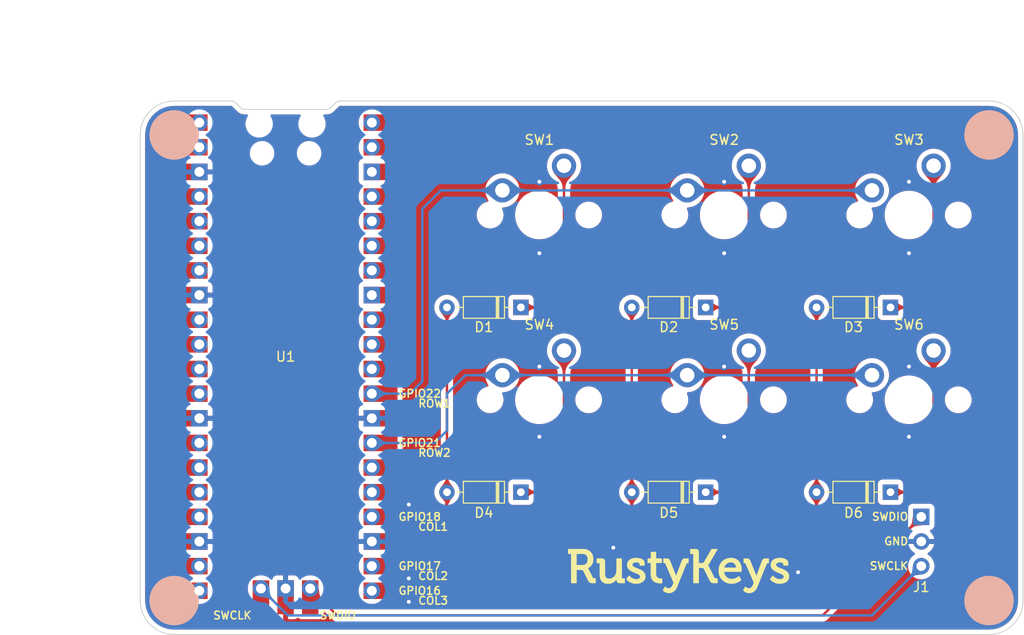
<source format=kicad_pcb>
(kicad_pcb (version 20211014) (generator pcbnew)
  (title_block (title "Open RustyKeys") (date "2022-05-01") (rev "1") (company "KOBA789"))
  (layers (0 "F.Cu" signal) (31 "B.Cu" signal) (34 "B.Paste" user) (35 "F.Paste" user) (36 "B.SilkS" user "B.Silkscreen") (37 "F.SilkS" user "F.Silkscreen") (38 "B.Mask" user) (39 "F.Mask" user) (44 "Edge.Cuts" user))
  (net 0 "")
  (net 1 "/COL3")
  (net 2 "Net-(D1-Pad1)")
  (net 3 "Net-(D2-Pad1)")
  (net 4 "Net-(D3-Pad1)")
  (net 5 "/ROW1")
  (net 6 "Net-(D4-Pad1)")
  (net 7 "Net-(D5-Pad1)")
  (net 8 "Net-(D6-Pad1)")
  (net 9 "/ROW2")
  (net 10 "/COL1")
  (net 11 "/COL2")
  (net 14 "/GND")
  (net 40 "/SWDIO")
  (net 41 "/SWCLK")
  (footprint "Diode_THT:D_DO-35_SOD27_P7.62mm_Horizontal" (layer "F.Cu") (at 133.35 106.68 180)
    (fp_text reference "D5")
    (fp_text value "1N4148")
  )
  (footprint "Diode_THT:D_DO-35_SOD27_P7.62mm_Horizontal" (layer "F.Cu") (at 152.4 106.68 180)
    (fp_text reference "D6")
    (fp_text value "1N4148")
  )
  (footprint "Switch_Keyboard_Cherry_MX:SW_Cherry_MX_PCB_1.00u" (layer "F.Cu") (at 116.205 78.105)
    (fp_text reference "SW1")
    (fp_text value "SW_Push")
  )
  (footprint "Diode_THT:D_DO-35_SOD27_P7.62mm_Horizontal" (layer "F.Cu") (at 114.3 87.63 180)
    (fp_text reference "D1")
    (fp_text value "1N4148")
  )
  (footprint "Switch_Keyboard_Cherry_MX:SW_Cherry_MX_PCB_1.00u" (layer "F.Cu") (at 116.205 97.155)
    (fp_text reference "SW4")
    (fp_text value "SW_Push")
  )
  (footprint "Switch_Keyboard_Cherry_MX:SW_Cherry_MX_PCB_1.00u" (layer "F.Cu") (at 154.305 78.105)
    (fp_text reference "SW3")
    (fp_text value "SW_Push")
  )
  (footprint "Diode_THT:D_DO-35_SOD27_P7.62mm_Horizontal" (layer "F.Cu") (at 114.3 106.68 180)
    (fp_text reference "D4")
    (fp_text value "1N4148")
  )
  (footprint "Diode_THT:D_DO-35_SOD27_P7.62mm_Horizontal" (layer "F.Cu") (at 152.4 87.63 180)
    (fp_text reference "D3")
    (fp_text value "1N4148")
  )
  (footprint "RPi_Pico:RPi_Pico_SMD_TH" (layer "F.Cu") (at 90.043 92.71)
    (fp_text reference "U1")
    (fp_text value "Pico")
  )
  (footprint "Switch_Keyboard_Cherry_MX:SW_Cherry_MX_PCB_1.00u" (layer "F.Cu") (at 135.255 97.155)
    (fp_text reference "SW5")
    (fp_text value "SW_Push")
  )
  (footprint "Bracket_Computer_Logo:RustyKeys_Logo" (layer "F.Cu") (at 130.556 114.808)
    (fp_text reference "REF**" hide)
    (fp_text value "RustyKeys_Logo")
  )
  (footprint "Connector_PinHeader_2.54mm:PinHeader_1x03_P2.54mm_Horizontal" (layer "F.Cu") (at 155.575 109.22)
    (fp_text reference "J1")
    (fp_text value "Conn_01x03")
  )
  (footprint "Switch_Keyboard_Cherry_MX:SW_Cherry_MX_PCB_1.00u" (layer "F.Cu") (at 154.305 97.155)
    (fp_text reference "SW6")
    (fp_text value "SW_Push")
  )
  (footprint "Diode_THT:D_DO-35_SOD27_P7.62mm_Horizontal" (layer "F.Cu") (at 133.35 87.63 180)
    (fp_text reference "D2")
    (fp_text value "1N4148")
  )
  (footprint "Switch_Keyboard_Cherry_MX:SW_Cherry_MX_PCB_1.00u" (layer "F.Cu") (at 135.255 78.105)
    (fp_text reference "SW2")
    (fp_text value "SW_Push")
  )
  (gr_circle (center 162.559999 69.850001) (end 165.059999 69.850001) (layer "B.SilkS") (width 0.1) (fill solid))
  (gr_circle (center 162.559999 117.850001) (end 165.059999 117.850001) (layer "B.SilkS") (width 0.1) (fill solid))
  (gr_circle (center 78.559999 117.850001) (end 81.059999 117.850001) (layer "B.SilkS") (width 0.1) (fill solid))
  (gr_circle (center 78.559999 69.850001) (end 81.059999 69.850001) (layer "B.SilkS") (width 0.1) (fill solid))
  (gr_line (start 78.559999 66.350001) (end 84.495 66.350001) (layer "Edge.Cuts") (width 0.1))
  (gr_arc (start 84.495 66.350001) (mid 84.686342 66.388061) (end 84.848553 66.496448) (layer "Edge.Cuts") (width 0.1))
  (gr_line (start 95.595 66.350001) (end 162.559999 66.350001) (layer "Edge.Cuts") (width 0.1))
  (gr_arc (start 78.559999 121.350001) (mid 76.085125 120.324875) (end 75.059999 117.850001) (layer "Edge.Cuts") (width 0.1))
  (gr_line (start 78.559999 121.350001) (end 162.559999 121.350001) (layer "Edge.Cuts") (width 0.1))
  (gr_line (start 166.059999 69.850001) (end 166.059999 117.850001) (layer "Edge.Cuts") (width 0.1))
  (gr_arc (start 162.559999 66.350001) (mid 165.034873 67.375127) (end 166.059999 69.850001) (layer "Edge.Cuts") (width 0.1))
  (gr_arc (start 166.059999 117.850001) (mid 165.034873 120.324875) (end 162.559999 121.350001) (layer "Edge.Cuts") (width 0.1))
  (gr_arc (start 75.059999 69.850001) (mid 76.085125 67.375127) (end 78.559999 66.350001) (layer "Edge.Cuts") (width 0.1))
  (gr_line (start 75.059999 69.850001) (end 75.059999 117.850001) (layer "Edge.Cuts") (width 0.1))
  (gr_arc (start 94.648553 67.073553) (mid 94.486342 67.18194) (end 94.295 67.22) (layer "Edge.Cuts") (width 0.1))
  (gr_arc (start 95.241447 66.496448) (mid 95.403658 66.388061) (end 95.595 66.350001) (layer "Edge.Cuts") (width 0.1))
  (gr_line (start 85.795 67.22) (end 94.295 67.22) (layer "Edge.Cuts") (width 0.1))
  (gr_line (start 84.848553 66.496448) (end 85.441447 67.073553) (layer "Edge.Cuts") (width 0.1))
  (gr_line (start 94.648553 67.073553) (end 95.241447 66.496448) (layer "Edge.Cuts") (width 0.1))
  (gr_arc (start 85.795 67.22) (mid 85.603658 67.18194) (end 85.441447 67.073553) (layer "Edge.Cuts") (width 0.1))
  (gr_text "GND" (at 154.305 111.745) (layer "F.SilkS") (effects (font (size 0.8 0.8)) (justify right)))
  (gr_text "SWCLK" (at 154.305 114.285) (layer "F.SilkS") (effects (font (size 0.8 0.8)) (justify right)))
  (gr_text "SWDIO" (at 154.305 109.205) (layer "F.SilkS") (effects (font (size 0.8 0.8)) (justify right)))
  (segment (start 144.78 115.57) (end 144.78 106.68) (width 0.25) (layer "F.Cu") (net 1))
  (segment (start 143.51 116.84) (end 144.78 115.57) (width 0.25) (layer "F.Cu") (net 1))
  (segment (start 144.78 87.63) (end 144.78 106.68) (width 0.25) (layer "F.Cu") (net 1))
  (segment (start 98.933 116.84) (end 143.51 116.84) (width 0.25) (layer "F.Cu") (net 1))
  (segment (start 118.745 73.025) (end 118.745 86.487) (width 0.25) (layer "F.Cu") (net 2))
  (segment (start 118.745 86.487) (end 117.602 87.63) (width 0.25) (layer "F.Cu") (net 2))
  (segment (start 117.602 87.63) (end 114.3 87.63) (width 0.25) (layer "F.Cu") (net 2))
  (segment (start 136.652 87.63) (end 133.35 87.63) (width 0.25) (layer "F.Cu") (net 3))
  (segment (start 137.795 86.487) (end 136.652 87.63) (width 0.25) (layer "F.Cu") (net 3))
  (segment (start 137.795 73.025) (end 137.795 86.487) (width 0.25) (layer "F.Cu") (net 3))
  (segment (start 156.845 86.487) (end 155.702 87.63) (width 0.25) (layer "F.Cu") (net 4))
  (segment (start 155.702 87.63) (end 152.4 87.63) (width 0.25) (layer "F.Cu") (net 4))
  (segment (start 156.845 73.025) (end 156.845 86.487) (width 0.25) (layer "F.Cu") (net 4))
  (segment (start 112.395 75.565) (end 131.445 75.565) (width 0.25) (layer "B.Cu") (net 5))
  (segment (start 102.87 96.52) (end 104.14 95.25) (width 0.25) (layer "B.Cu") (net 5))
  (segment (start 104.14 77.47) (end 106.045 75.565) (width 0.25) (layer "B.Cu") (net 5))
  (segment (start 131.445 75.565) (end 150.495 75.565) (width 0.25) (layer "B.Cu") (net 5))
  (segment (start 106.045 75.565) (end 112.395 75.565) (width 0.25) (layer "B.Cu") (net 5))
  (segment (start 98.933 96.52) (end 102.87 96.52) (width 0.25) (layer "B.Cu") (net 5))
  (segment (start 104.14 95.25) (end 104.14 77.47) (width 0.25) (layer "B.Cu") (net 5))
  (segment (start 117.602 106.68) (end 114.3 106.68) (width 0.25) (layer "F.Cu") (net 6))
  (segment (start 118.745 105.537) (end 117.602 106.68) (width 0.25) (layer "F.Cu") (net 6))
  (segment (start 118.745 92.075) (end 118.745 105.537) (width 0.25) (layer "F.Cu") (net 6))
  (segment (start 136.652 106.68) (end 133.35 106.68) (width 0.25) (layer "F.Cu") (net 7))
  (segment (start 137.795 105.537) (end 136.652 106.68) (width 0.25) (layer "F.Cu") (net 7))
  (segment (start 137.795 92.075) (end 137.795 105.537) (width 0.25) (layer "F.Cu") (net 7))
  (segment (start 156.845 105.537) (end 155.702 106.68) (width 0.25) (layer "F.Cu") (net 8))
  (segment (start 156.845 92.075) (end 156.845 105.537) (width 0.25) (layer "F.Cu") (net 8))
  (segment (start 155.702 106.68) (end 152.4 106.68) (width 0.25) (layer "F.Cu") (net 8))
  (segment (start 98.933 101.6) (end 105.41 101.6) (width 0.25) (layer "B.Cu") (net 9))
  (segment (start 131.445 94.615) (end 150.495 94.615) (width 0.25) (layer "B.Cu") (net 9))
  (segment (start 106.68 96.52) (end 108.585 94.615) (width 0.25) (layer "B.Cu") (net 9))
  (segment (start 108.585 94.615) (end 112.395 94.615) (width 0.25) (layer "B.Cu") (net 9))
  (segment (start 105.41 101.6) (end 106.68 100.33) (width 0.25) (layer "B.Cu") (net 9))
  (segment (start 112.395 94.615) (end 131.445 94.615) (width 0.25) (layer "B.Cu") (net 9))
  (segment (start 106.68 100.33) (end 106.68 96.52) (width 0.25) (layer "B.Cu") (net 9))
  (segment (start 105.41 109.22) (end 98.933 109.22) (width 0.25) (layer "F.Cu") (net 10))
  (segment (start 106.68 87.63) (end 106.68 106.68) (width 0.25) (layer "F.Cu") (net 10))
  (segment (start 106.68 106.68) (end 106.68 107.95) (width 0.25) (layer "F.Cu") (net 10))
  (segment (start 106.68 107.95) (end 105.41 109.22) (width 0.25) (layer "F.Cu") (net 10))
  (segment (start 125.73 87.63) (end 125.73 106.68) (width 0.25) (layer "F.Cu") (net 11))
  (segment (start 124.46 114.3) (end 125.73 113.03) (width 0.25) (layer "F.Cu") (net 11))
  (segment (start 125.73 113.03) (end 125.73 106.68) (width 0.25) (layer "F.Cu") (net 11))
  (segment (start 98.933 114.3) (end 124.46 114.3) (width 0.25) (layer "F.Cu") (net 11))
  (via (at 116.205 100.965) (size 0.8) (drill 0.4) (layers "F.Cu" "B.Cu") (net 14))
  (via (at 154.305 100.965) (size 0.8) (drill 0.4) (layers "F.Cu" "B.Cu") (net 14))
  (via (at 102.743 115.57) (size 0.8) (drill 0.4) (layers "F.Cu" "B.Cu") (net 14))
  (via (at 154.305 93.726) (size 0.8) (drill 0.4) (layers "F.Cu" "B.Cu") (net 14))
  (via (at 135.255 100.965) (size 0.8) (drill 0.4) (layers "F.Cu" "B.Cu") (net 14))
  (via (at 116.205 82.042) (size 0.8) (drill 0.4) (layers "F.Cu" "B.Cu") (net 14))
  (via (at 102.743 107.95) (size 0.8) (drill 0.4) (layers "F.Cu" "B.Cu") (net 14))
  (via (at 116.205 93.726) (size 0.8) (drill 0.4) (layers "F.Cu" "B.Cu") (net 14))
  (via (at 142.875 114.935) (size 0.8) (drill 0.4) (layers "F.Cu" "B.Cu") (net 14))
  (via (at 102.743 117.983) (size 0.8) (drill 0.4) (layers "F.Cu" "B.Cu") (net 14))
  (via (at 116.205 74.676) (size 0.8) (drill 0.4) (layers "F.Cu" "B.Cu") (net 14))
  (via (at 154.305 82.042) (size 0.8) (drill 0.4) (layers "F.Cu" "B.Cu") (net 14))
  (via (at 135.255 93.726) (size 0.8) (drill 0.4) (layers "F.Cu" "B.Cu") (net 14))
  (via (at 135.255 82.042) (size 0.8) (drill 0.4) (layers "F.Cu" "B.Cu") (net 14))
  (via (at 135.255 74.676) (size 0.8) (drill 0.4) (layers "F.Cu" "B.Cu") (net 14))
  (via (at 123.825 112.395) (size 0.8) (drill 0.4) (layers "F.Cu" "B.Cu") (net 14))
  (via (at 154.305 74.676) (size 0.8) (drill 0.4) (layers "F.Cu" "B.Cu") (net 14))
  (segment (start 145.415 119.38) (end 155.575 109.22) (width 0.25) (layer "F.Cu") (net 40))
  (segment (start 92.583 116.61) (end 95.353 119.38) (width 0.25) (layer "F.Cu") (net 40))
  (segment (start 95.353 119.38) (end 145.415 119.38) (width 0.25) (layer "F.Cu") (net 40))
  (segment (start 90.273 119.38) (end 150.495 119.38) (width 0.25) (layer "B.Cu") (net 41))
  (segment (start 87.503 116.61) (end 90.273 119.38) (width 0.25) (layer "B.Cu") (net 41))
  (segment (start 150.495 119.38) (end 155.575 114.3) (width 0.25) (layer "B.Cu") (net 41))
  (zone (net 3) (net_name "Net-(D2-Pad1)") (layer "F.Cu") (priority 16962) (connect_pads yes (clearance 0)) (min_thickness 0.0254) (fill yes (thermal_gap 0.508) (thermal_bridge_width 0.508))
    (polygon (pts (xy 134.94 87.505) (xy 134.752738 87.49548) (xy 134.599031 87.468507) (xy 134.471555 87.426461) (xy 134.362991 87.371721) (xy 134.266015 87.306668) (xy 134.173306 87.233682) (xy 134.077543 87.155142) (xy 133.971404 87.073428) (xy 133.847567 86.990921) (xy 133.698711 86.91) (xy 132.95 87.63) (xy 133.698711 88.35) (xy 133.847567 88.269078) (xy 133.971404 88.186571) (xy 134.077543 88.104857) (xy 134.173306 88.026317) (xy 134.266015 87.953331) (xy 134.362991 87.888278) (xy 134.471555 87.833538) (xy 134.599031 87.791492) (xy 134.752738 87.764519) (xy 134.94 87.755)))
  )
  (zone (net 1) (net_name "/COL3") (layer "F.Cu") (priority 16962) (connect_pads yes (clearance 0)) (min_thickness 0.0254) (fill yes (thermal_gap 0.508) (thermal_bridge_width 0.508))
    (polygon (pts (xy 144.905 89.22) (xy 144.914519 89.032738) (xy 144.941492 88.879031) (xy 144.983538 88.751555) (xy 145.038278 88.642991) (xy 145.103331 88.546015) (xy 145.176317 88.453306) (xy 145.254857 88.357543) (xy 145.336571 88.251404) (xy 145.419078 88.127567) (xy 145.5 87.978711) (xy 144.78 87.23) (xy 144.06 87.978711) (xy 144.140921 88.127567) (xy 144.223428 88.251404) (xy 144.305142 88.357543) (xy 144.383682 88.453306) (xy 144.456668 88.546015) (xy 144.521721 88.642991) (xy 144.576461 88.751555) (xy 144.618507 88.879031) (xy 144.64548 89.032738) (xy 144.655 89.22)))
  )
  (zone (net 8) (net_name "Net-(D6-Pad1)") (layer "F.Cu") (priority 16962) (connect_pads yes (clearance 0)) (min_thickness 0.0254) (fill yes (thermal_gap 0.508) (thermal_bridge_width 0.508))
    (polygon (pts (xy 153.99 106.555) (xy 153.802738 106.54548) (xy 153.649031 106.518507) (xy 153.521555 106.476461) (xy 153.412991 106.421721) (xy 153.316015 106.356668) (xy 153.223306 106.283682) (xy 153.127543 106.205142) (xy 153.021404 106.123428) (xy 152.897567 106.040921) (xy 152.748711 105.96) (xy 152 106.68) (xy 152.748711 107.4) (xy 152.897567 107.319078) (xy 153.021404 107.236571) (xy 153.127543 107.154857) (xy 153.223306 107.076317) (xy 153.316015 107.003331) (xy 153.412991 106.938278) (xy 153.521555 106.883538) (xy 153.649031 106.841492) (xy 153.802738 106.814519) (xy 153.99 106.805)))
  )
  (zone (net 10) (net_name "/COL1") (layer "F.Cu") (priority 16962) (connect_pads yes (clearance 0)) (min_thickness 0.0254) (fill yes (thermal_gap 0.508) (thermal_bridge_width 0.508))
    (polygon (pts (xy 106.555 105.09) (xy 106.54548 105.277261) (xy 106.518507 105.430968) (xy 106.476461 105.558444) (xy 106.421721 105.667008) (xy 106.356668 105.763984) (xy 106.283682 105.856693) (xy 106.205142 105.952456) (xy 106.123428 106.058595) (xy 106.040921 106.182432) (xy 105.96 106.331289) (xy 106.68 107.08) (xy 107.4 106.331289) (xy 107.319078 106.182432) (xy 107.236571 106.058595) (xy 107.154857 105.952456) (xy 107.076317 105.856693) (xy 107.003331 105.763984) (xy 106.938278 105.667008) (xy 106.883538 105.558444) (xy 106.841492 105.430968) (xy 106.814519 105.277261) (xy 106.805 105.09)))
  )
  (zone (net 3) (net_name "Net-(D2-Pad1)") (layer "F.Cu") (priority 16962) (connect_pads yes (clearance 0)) (min_thickness 0.0254) (fill yes (thermal_gap 0.508) (thermal_bridge_width 0.508))
    (polygon (pts (xy 137.92 75.515) (xy 137.936559 75.21842) (xy 137.983323 74.976761) (xy 138.055918 74.777934) (xy 138.149971 74.609848) (xy 138.261108 74.460413) (xy 138.384956 74.31754) (xy 138.517143 74.169138) (xy 138.653294 74.003117) (xy 138.789038 73.807389) (xy 138.92 73.569862) (xy 137.795 72.4) (xy 136.67 73.569862) (xy 136.800961 73.807389) (xy 136.936705 74.003117) (xy 137.072856 74.169138) (xy 137.205043 74.31754) (xy 137.328891 74.460413) (xy 137.440028 74.609848) (xy 137.534081 74.777934) (xy 137.606676 74.976761) (xy 137.65344 75.21842) (xy 137.67 75.515)))
  )
  (zone (net 2) (net_name "Net-(D1-Pad1)") (layer "F.Cu") (priority 16962) (connect_pads yes (clearance 0)) (min_thickness 0.0254) (fill yes (thermal_gap 0.508) (thermal_bridge_width 0.508))
    (polygon (pts (xy 118.87 75.515) (xy 118.886559 75.21842) (xy 118.933323 74.976761) (xy 119.005918 74.777934) (xy 119.099971 74.609848) (xy 119.211108 74.460413) (xy 119.334956 74.31754) (xy 119.467143 74.169138) (xy 119.603294 74.003117) (xy 119.739038 73.807389) (xy 119.87 73.569862) (xy 118.745 72.4) (xy 117.62 73.569862) (xy 117.750961 73.807389) (xy 117.886705 74.003117) (xy 118.022856 74.169138) (xy 118.155043 74.31754) (xy 118.278891 74.460413) (xy 118.390028 74.609848) (xy 118.484081 74.777934) (xy 118.556676 74.976761) (xy 118.60344 75.21842) (xy 118.62 75.515)))
  )
  (zone (net 11) (net_name "/COL2") (layer "F.Cu") (priority 16962) (connect_pads yes (clearance 0)) (min_thickness 0.0254) (fill yes (thermal_gap 0.508) (thermal_bridge_width 0.508))
    (polygon (pts (xy 100.623 114.175) (xy 100.423601 114.164697) (xy 100.260127 114.135526) (xy 100.124726 114.090085) (xy 100.009548 114.030978) (xy 99.906741 113.960804) (xy 99.808455 113.882167) (xy 99.70684 113.797666) (xy 99.594043 113.709904) (xy 99.462216 113.621481) (xy 99.303506 113.535) (xy 98.508 114.3) (xy 99.303506 115.065) (xy 99.462216 114.978518) (xy 99.594043 114.890095) (xy 99.70684 114.802333) (xy 99.808455 114.717832) (xy 99.906741 114.639195) (xy 100.009548 114.569021) (xy 100.124726 114.509914) (xy 100.260127 114.464473) (xy 100.423601 114.435302) (xy 100.623 114.425)))
  )
  (zone (net 10) (net_name "/COL1") (layer "F.Cu") (priority 16962) (connect_pads yes (clearance 0)) (min_thickness 0.0254) (fill yes (thermal_gap 0.508) (thermal_bridge_width 0.508))
    (polygon (pts (xy 100.623 109.095) (xy 100.423601 109.084697) (xy 100.260127 109.055526) (xy 100.124726 109.010085) (xy 100.009548 108.950978) (xy 99.906741 108.880804) (xy 99.808455 108.802167) (xy 99.70684 108.717666) (xy 99.594043 108.629904) (xy 99.462216 108.541481) (xy 99.303506 108.455) (xy 98.508 109.22) (xy 99.303506 109.985) (xy 99.462216 109.898518) (xy 99.594043 109.810095) (xy 99.70684 109.722333) (xy 99.808455 109.637832) (xy 99.906741 109.559195) (xy 100.009548 109.489021) (xy 100.124726 109.429914) (xy 100.260127 109.384473) (xy 100.423601 109.355302) (xy 100.623 109.345)))
  )
  (zone (net 7) (net_name "Net-(D5-Pad1)") (layer "F.Cu") (priority 16962) (connect_pads yes (clearance 0)) (min_thickness 0.0254) (fill yes (thermal_gap 0.508) (thermal_bridge_width 0.508))
    (polygon (pts (xy 134.94 106.555) (xy 134.752738 106.54548) (xy 134.599031 106.518507) (xy 134.471555 106.476461) (xy 134.362991 106.421721) (xy 134.266015 106.356668) (xy 134.173306 106.283682) (xy 134.077543 106.205142) (xy 133.971404 106.123428) (xy 133.847567 106.040921) (xy 133.698711 105.96) (xy 132.95 106.68) (xy 133.698711 107.4) (xy 133.847567 107.319078) (xy 133.971404 107.236571) (xy 134.077543 107.154857) (xy 134.173306 107.076317) (xy 134.266015 107.003331) (xy 134.362991 106.938278) (xy 134.471555 106.883538) (xy 134.599031 106.841492) (xy 134.752738 106.814519) (xy 134.94 106.805)))
  )
  (zone (net 11) (net_name "/COL2") (layer "F.Cu") (priority 16962) (connect_pads yes (clearance 0)) (min_thickness 0.0254) (fill yes (thermal_gap 0.508) (thermal_bridge_width 0.508))
    (polygon (pts (xy 125.855 89.22) (xy 125.864519 89.032738) (xy 125.891492 88.879031) (xy 125.933538 88.751555) (xy 125.988278 88.642991) (xy 126.053331 88.546015) (xy 126.126317 88.453306) (xy 126.204857 88.357543) (xy 126.286571 88.251404) (xy 126.369078 88.127567) (xy 126.45 87.978711) (xy 125.73 87.23) (xy 125.01 87.978711) (xy 125.090921 88.127567) (xy 125.173428 88.251404) (xy 125.255142 88.357543) (xy 125.333682 88.453306) (xy 125.406668 88.546015) (xy 125.471721 88.642991) (xy 125.526461 88.751555) (xy 125.568507 88.879031) (xy 125.59548 89.032738) (xy 125.605 89.22)))
  )
  (zone (net 40) (net_name "/SWDIO") (layer "F.Cu") (priority 16962) (connect_pads yes (clearance 0)) (min_thickness 0.0254) (fill yes (thermal_gap 0.508) (thermal_bridge_width 0.508))
    (polygon (pts (xy 93.866398 117.716621) (xy 93.732686 117.56834) (xy 93.637721 117.432119) (xy 93.574109 117.304245) (xy 93.534461 117.181006) (xy 93.511386 117.058691) (xy 93.497492 116.933588) (xy 93.48539 116.801984) (xy 93.467689 116.660167) (xy 93.436997 116.504427) (xy 93.385924 116.331051) (xy 92.28248 116.30948) (xy 92.304051 117.412924) (xy 92.477427 117.463997) (xy 92.633167 117.494689) (xy 92.774984 117.51239) (xy 92.906588 117.524492) (xy 93.031691 117.538386) (xy 93.154006 117.561461) (xy 93.277245 117.601109) (xy 93.405119 117.664721) (xy 93.54134 117.759686) (xy 93.689621 117.893398)))
  )
  (zone (net 40) (net_name "/SWDIO") (layer "F.Cu") (priority 16962) (connect_pads yes (clearance 0)) (min_thickness 0.0254) (fill yes (thermal_gap 0.508) (thermal_bridge_width 0.508))
    (polygon (pts (xy 154.468379 110.503398) (xy 154.616659 110.369686) (xy 154.75288 110.274721) (xy 154.880754 110.211109) (xy 155.003993 110.171461) (xy 155.126308 110.148386) (xy 155.251411 110.134492) (xy 155.383015 110.12239) (xy 155.524832 110.104689) (xy 155.680572 110.073997) (xy 155.853949 110.022924) (xy 155.87552 108.91948) (xy 154.772076 108.941051) (xy 154.721002 109.114427) (xy 154.69031 109.270167) (xy 154.672609 109.411984) (xy 154.660507 109.543588) (xy 154.646613 109.668691) (xy 154.623538 109.791006) (xy 154.58389 109.914245) (xy 154.520278 110.042119) (xy 154.425313 110.17834) (xy 154.291602 110.326621)))
  )
  (zone (net 1) (net_name "/COL3") (layer "F.Cu") (priority 16962) (connect_pads yes (clearance 0)) (min_thickness 0.0254) (fill yes (thermal_gap 0.508) (thermal_bridge_width 0.508))
    (polygon (pts (xy 100.623 116.715) (xy 100.423601 116.704697) (xy 100.260127 116.675526) (xy 100.124726 116.630085) (xy 100.009548 116.570978) (xy 99.906741 116.500804) (xy 99.808455 116.422167) (xy 99.70684 116.337666) (xy 99.594043 116.249904) (xy 99.462216 116.161481) (xy 99.303506 116.075) (xy 98.508 116.84) (xy 99.303506 117.605) (xy 99.462216 117.518518) (xy 99.594043 117.430095) (xy 99.70684 117.342333) (xy 99.808455 117.257832) (xy 99.906741 117.179195) (xy 100.009548 117.109021) (xy 100.124726 117.049914) (xy 100.260127 117.004473) (xy 100.423601 116.975302) (xy 100.623 116.965)))
  )
  (zone (net 4) (net_name "Net-(D3-Pad1)") (layer "F.Cu") (priority 16962) (connect_pads yes (clearance 0)) (min_thickness 0.0254) (fill yes (thermal_gap 0.508) (thermal_bridge_width 0.508))
    (polygon (pts (xy 153.99 87.505) (xy 153.802738 87.49548) (xy 153.649031 87.468507) (xy 153.521555 87.426461) (xy 153.412991 87.371721) (xy 153.316015 87.306668) (xy 153.223306 87.233682) (xy 153.127543 87.155142) (xy 153.021404 87.073428) (xy 152.897567 86.990921) (xy 152.748711 86.91) (xy 152 87.63) (xy 152.748711 88.35) (xy 152.897567 88.269078) (xy 153.021404 88.186571) (xy 153.127543 88.104857) (xy 153.223306 88.026317) (xy 153.316015 87.953331) (xy 153.412991 87.888278) (xy 153.521555 87.833538) (xy 153.649031 87.791492) (xy 153.802738 87.764519) (xy 153.99 87.755)))
  )
  (zone (net 10) (net_name "/COL1") (layer "F.Cu") (priority 16962) (connect_pads yes (clearance 0)) (min_thickness 0.0254) (fill yes (thermal_gap 0.508) (thermal_bridge_width 0.508))
    (polygon (pts (xy 106.805 89.22) (xy 106.814519 89.032738) (xy 106.841492 88.879031) (xy 106.883538 88.751555) (xy 106.938278 88.642991) (xy 107.003331 88.546015) (xy 107.076317 88.453306) (xy 107.154857 88.357543) (xy 107.236571 88.251404) (xy 107.319078 88.127567) (xy 107.4 87.978711) (xy 106.68 87.23) (xy 105.96 87.978711) (xy 106.040921 88.127567) (xy 106.123428 88.251404) (xy 106.205142 88.357543) (xy 106.283682 88.453306) (xy 106.356668 88.546015) (xy 106.421721 88.642991) (xy 106.476461 88.751555) (xy 106.518507 88.879031) (xy 106.54548 89.032738) (xy 106.555 89.22)))
  )
  (zone (net 8) (net_name "Net-(D6-Pad1)") (layer "F.Cu") (priority 16962) (connect_pads yes (clearance 0)) (min_thickness 0.0254) (fill yes (thermal_gap 0.508) (thermal_bridge_width 0.508))
    (polygon (pts (xy 156.97 94.565) (xy 156.986559 94.26842) (xy 157.033323 94.026761) (xy 157.105918 93.827934) (xy 157.199971 93.659848) (xy 157.311108 93.510413) (xy 157.434956 93.36754) (xy 157.567143 93.219138) (xy 157.703294 93.053117) (xy 157.839038 92.857389) (xy 157.97 92.619862) (xy 156.845 91.45) (xy 155.72 92.619862) (xy 155.850961 92.857389) (xy 155.986705 93.053117) (xy 156.122856 93.219138) (xy 156.255043 93.36754) (xy 156.378891 93.510413) (xy 156.490028 93.659848) (xy 156.584081 93.827934) (xy 156.656676 94.026761) (xy 156.70344 94.26842) (xy 156.72 94.565)))
  )
  (zone (net 2) (net_name "Net-(D1-Pad1)") (layer "F.Cu") (priority 16962) (connect_pads yes (clearance 0)) (min_thickness 0.0254) (fill yes (thermal_gap 0.508) (thermal_bridge_width 0.508))
    (polygon (pts (xy 115.89 87.505) (xy 115.702738 87.49548) (xy 115.549031 87.468507) (xy 115.421555 87.426461) (xy 115.312991 87.371721) (xy 115.216015 87.306668) (xy 115.123306 87.233682) (xy 115.027543 87.155142) (xy 114.921404 87.073428) (xy 114.797567 86.990921) (xy 114.648711 86.91) (xy 113.9 87.63) (xy 114.648711 88.35) (xy 114.797567 88.269078) (xy 114.921404 88.186571) (xy 115.027543 88.104857) (xy 115.123306 88.026317) (xy 115.216015 87.953331) (xy 115.312991 87.888278) (xy 115.421555 87.833538) (xy 115.549031 87.791492) (xy 115.702738 87.764519) (xy 115.89 87.755)))
  )
  (zone (net 4) (net_name "Net-(D3-Pad1)") (layer "F.Cu") (priority 16962) (connect_pads yes (clearance 0)) (min_thickness 0.0254) (fill yes (thermal_gap 0.508) (thermal_bridge_width 0.508))
    (polygon (pts (xy 156.97 75.515) (xy 156.986559 75.21842) (xy 157.033323 74.976761) (xy 157.105918 74.777934) (xy 157.199971 74.609848) (xy 157.311108 74.460413) (xy 157.434956 74.31754) (xy 157.567143 74.169138) (xy 157.703294 74.003117) (xy 157.839038 73.807389) (xy 157.97 73.569862) (xy 156.845 72.4) (xy 155.72 73.569862) (xy 155.850961 73.807389) (xy 155.986705 74.003117) (xy 156.122856 74.169138) (xy 156.255043 74.31754) (xy 156.378891 74.460413) (xy 156.490028 74.609848) (xy 156.584081 74.777934) (xy 156.656676 74.976761) (xy 156.70344 75.21842) (xy 156.72 75.515)))
  )
  (zone (net 1) (net_name "/COL3") (layer "F.Cu") (priority 16962) (connect_pads yes (clearance 0)) (min_thickness 0.0254) (fill yes (thermal_gap 0.508) (thermal_bridge_width 0.508))
    (polygon (pts (xy 144.655 105.09) (xy 144.64548 105.277261) (xy 144.618507 105.430968) (xy 144.576461 105.558444) (xy 144.521721 105.667008) (xy 144.456668 105.763984) (xy 144.383682 105.856693) (xy 144.305142 105.952456) (xy 144.223428 106.058595) (xy 144.140921 106.182432) (xy 144.06 106.331289) (xy 144.78 107.08) (xy 145.5 106.331289) (xy 145.419078 106.182432) (xy 145.336571 106.058595) (xy 145.254857 105.952456) (xy 145.176317 105.856693) (xy 145.103331 105.763984) (xy 145.038278 105.667008) (xy 144.983538 105.558444) (xy 144.941492 105.430968) (xy 144.914519 105.277261) (xy 144.905 105.09)))
  )
  (zone (net 6) (net_name "Net-(D4-Pad1)") (layer "F.Cu") (priority 16962) (connect_pads yes (clearance 0)) (min_thickness 0.0254) (fill yes (thermal_gap 0.508) (thermal_bridge_width 0.508))
    (polygon (pts (xy 115.89 106.555) (xy 115.702738 106.54548) (xy 115.549031 106.518507) (xy 115.421555 106.476461) (xy 115.312991 106.421721) (xy 115.216015 106.356668) (xy 115.123306 106.283682) (xy 115.027543 106.205142) (xy 114.921404 106.123428) (xy 114.797567 106.040921) (xy 114.648711 105.96) (xy 113.9 106.68) (xy 114.648711 107.4) (xy 114.797567 107.319078) (xy 114.921404 107.236571) (xy 115.027543 107.154857) (xy 115.123306 107.076317) (xy 115.216015 107.003331) (xy 115.312991 106.938278) (xy 115.421555 106.883538) (xy 115.549031 106.841492) (xy 115.702738 106.814519) (xy 115.89 106.805)))
  )
  (zone (net 0) (net_name "") (layer "F.Cu") (connect_pads (clearance 0)) (min_thickness 0.254)
    (keepout (tracks allowed) (vias allowed) (pads allowed) (copperpour not_allowed) (footprints allowed))
    (fill (thermal_gap 0.508) (thermal_bridge_width 0.508))
    (polygon (pts (xy 94.055 81.542) (xy 86.054 81.542) (xy 86.054 67.572) (xy 94.055 67.572)))
  )
  (zone (net 11) (net_name "/COL2") (layer "F.Cu") (priority 16962) (connect_pads yes (clearance 0)) (min_thickness 0.0254) (fill yes (thermal_gap 0.508) (thermal_bridge_width 0.508))
    (polygon (pts (xy 125.605 105.09) (xy 125.59548 105.277261) (xy 125.568507 105.430968) (xy 125.526461 105.558444) (xy 125.471721 105.667008) (xy 125.406668 105.763984) (xy 125.333682 105.856693) (xy 125.255142 105.952456) (xy 125.173428 106.058595) (xy 125.090921 106.182432) (xy 125.01 106.331289) (xy 125.73 107.08) (xy 126.45 106.331289) (xy 126.369078 106.182432) (xy 126.286571 106.058595) (xy 126.204857 105.952456) (xy 126.126317 105.856693) (xy 126.053331 105.763984) (xy 125.988278 105.667008) (xy 125.933538 105.558444) (xy 125.891492 105.430968) (xy 125.864519 105.277261) (xy 125.855 105.09)))
  )
  (zone (net 11) (net_name "/COL2") (layer "F.Cu") (priority 16962) (connect_pads yes (clearance 0)) (min_thickness 0.0254) (fill yes (thermal_gap 0.508) (thermal_bridge_width 0.508))
    (polygon (pts (xy 125.855 108.27) (xy 125.864519 108.082738) (xy 125.891492 107.929031) (xy 125.933538 107.801555) (xy 125.988278 107.692991) (xy 126.053331 107.596015) (xy 126.126317 107.503306) (xy 126.204857 107.407543) (xy 126.286571 107.301404) (xy 126.369078 107.177567) (xy 126.45 107.028711) (xy 125.73 106.28) (xy 125.01 107.028711) (xy 125.090921 107.177567) (xy 125.173428 107.301404) (xy 125.255142 107.407543) (xy 125.333682 107.503306) (xy 125.406668 107.596015) (xy 125.471721 107.692991) (xy 125.526461 107.801555) (xy 125.568507 107.929031) (xy 125.59548 108.082738) (xy 125.605 108.27)))
  )
  (zone (net 10) (net_name "/COL1") (layer "F.Cu") (priority 16962) (connect_pads yes (clearance 0)) (min_thickness 0.0254) (fill yes (thermal_gap 0.508) (thermal_bridge_width 0.508))
    (polygon (pts (xy 106.535044 108.271733) (xy 106.651669 108.146276) (xy 106.741058 108.032916) (xy 106.809628 107.92902) (xy 106.863795 107.831958) (xy 106.909976 107.739096) (xy 106.954589 107.647804) (xy 107.004049 107.555448) (xy 107.064774 107.459398) (xy 107.14318 107.35702) (xy 107.245685 107.245685) (xy 106.68 106.28) (xy 105.96 107.028711) (xy 106.035151 107.157411) (xy 106.124018 107.274339) (xy 106.218512 107.382068) (xy 106.310547 107.483175) (xy 106.392037 107.580235) (xy 106.454894 107.675822) (xy 106.491033 107.772513) (xy 106.492365 107.872882) (xy 106.450806 107.979504) (xy 106.358267 108.094956)))
  )
  (zone (net 7) (net_name "Net-(D5-Pad1)") (layer "F.Cu") (priority 16962) (connect_pads yes (clearance 0)) (min_thickness 0.0254) (fill yes (thermal_gap 0.508) (thermal_bridge_width 0.508))
    (polygon (pts (xy 137.92 94.565) (xy 137.936559 94.26842) (xy 137.983323 94.026761) (xy 138.055918 93.827934) (xy 138.149971 93.659848) (xy 138.261108 93.510413) (xy 138.384956 93.36754) (xy 138.517143 93.219138) (xy 138.653294 93.053117) (xy 138.789038 92.857389) (xy 138.92 92.619862) (xy 137.795 91.45) (xy 136.67 92.619862) (xy 136.800961 92.857389) (xy 136.936705 93.053117) (xy 137.072856 93.219138) (xy 137.205043 93.36754) (xy 137.328891 93.510413) (xy 137.440028 93.659848) (xy 137.534081 93.827934) (xy 137.606676 94.026761) (xy 137.65344 94.26842) (xy 137.67 94.565)))
  )
  (zone (net 14) (net_name "/GND") (layers F&B.Cu) (connect_pads (clearance 0.508)) (min_thickness 0.254) (fill yes (thermal_gap 0.508) (thermal_bridge_width 0.508))
    (polygon (pts (xy 166.116 121.412) (xy 75.057 121.412) (xy 75.057 66.294) (xy 166.116 66.294)))
  )
  (zone (net 1) (net_name "/COL3") (layer "F.Cu") (priority 16962) (connect_pads yes (clearance 0)) (min_thickness 0.0254) (fill yes (thermal_gap 0.508) (thermal_bridge_width 0.508))
    (polygon (pts (xy 144.905 108.27) (xy 144.914519 108.082738) (xy 144.941492 107.929031) (xy 144.983538 107.801555) (xy 145.038278 107.692991) (xy 145.103331 107.596015) (xy 145.176317 107.503306) (xy 145.254857 107.407543) (xy 145.336571 107.301404) (xy 145.419078 107.177567) (xy 145.5 107.028711) (xy 144.78 106.28) (xy 144.06 107.028711) (xy 144.140921 107.177567) (xy 144.223428 107.301404) (xy 144.305142 107.407543) (xy 144.383682 107.503306) (xy 144.456668 107.596015) (xy 144.521721 107.692991) (xy 144.576461 107.801555) (xy 144.618507 107.929031) (xy 144.64548 108.082738) (xy 144.655 108.27)))
  )
  (zone (net 6) (net_name "Net-(D4-Pad1)") (layer "F.Cu") (priority 16962) (connect_pads yes (clearance 0)) (min_thickness 0.0254) (fill yes (thermal_gap 0.508) (thermal_bridge_width 0.508))
    (polygon (pts (xy 118.87 94.565) (xy 118.886559 94.26842) (xy 118.933323 94.026761) (xy 119.005918 93.827934) (xy 119.099971 93.659848) (xy 119.211108 93.510413) (xy 119.334956 93.36754) (xy 119.467143 93.219138) (xy 119.603294 93.053117) (xy 119.739038 92.857389) (xy 119.87 92.619862) (xy 118.745 91.45) (xy 117.62 92.619862) (xy 117.750961 92.857389) (xy 117.886705 93.053117) (xy 118.022856 93.219138) (xy 118.155043 93.36754) (xy 118.278891 93.510413) (xy 118.390028 93.659848) (xy 118.484081 93.827934) (xy 118.556676 94.026761) (xy 118.60344 94.26842) (xy 118.62 94.565)))
  )
  (zone (net 9) (net_name "/ROW2") (layer "B.Cu") (priority 16962) (connect_pads yes (clearance 0)) (min_thickness 0.0254) (fill yes (thermal_gap 0.508) (thermal_bridge_width 0.508))
    (polygon (pts (xy 109.905 94.74) (xy 110.201579 94.756559) (xy 110.443238 94.803323) (xy 110.642065 94.875918) (xy 110.810151 94.969971) (xy 110.959586 95.081108) (xy 111.102459 95.204956) (xy 111.250861 95.337143) (xy 111.416882 95.473294) (xy 111.61261 95.609038) (xy 111.850138 95.74) (xy 113.02 94.615) (xy 111.850138 93.49) (xy 111.61261 93.620961) (xy 111.416882 93.756705) (xy 111.250861 93.892856) (xy 111.102459 94.025043) (xy 110.959586 94.148891) (xy 110.810151 94.260028) (xy 110.642065 94.354081) (xy 110.443238 94.426676) (xy 110.201579 94.47344) (xy 109.905 94.49)))
  )
  (zone (net 5) (net_name "/ROW1") (layer "B.Cu") (priority 16962) (connect_pads yes (clearance 0)) (min_thickness 0.0254) (fill yes (thermal_gap 0.508) (thermal_bridge_width 0.508))
    (polygon (pts (xy 100.623 96.395) (xy 100.423601 96.384697) (xy 100.260127 96.355526) (xy 100.124726 96.310085) (xy 100.009548 96.250978) (xy 99.906741 96.180804) (xy 99.808455 96.102167) (xy 99.70684 96.017666) (xy 99.594043 95.929904) (xy 99.462216 95.841481) (xy 99.303506 95.755) (xy 98.508 96.52) (xy 99.303506 97.285) (xy 99.462216 97.198518) (xy 99.594043 97.110095) (xy 99.70684 97.022333) (xy 99.808455 96.937832) (xy 99.906741 96.859195) (xy 100.009548 96.789021) (xy 100.124726 96.729914) (xy 100.260127 96.684473) (xy 100.423601 96.655302) (xy 100.623 96.645)))
  )
  (zone (net 9) (net_name "/ROW2") (layer "B.Cu") (priority 16962) (connect_pads yes (clearance 0)) (min_thickness 0.0254) (fill yes (thermal_gap 0.508) (thermal_bridge_width 0.508))
    (polygon (pts (xy 114.885 94.49) (xy 114.58842 94.47344) (xy 114.346761 94.426676) (xy 114.147934 94.354081) (xy 113.979848 94.260028) (xy 113.830413 94.148891) (xy 113.68754 94.025043) (xy 113.539138 93.892856) (xy 113.373117 93.756705) (xy 113.177389 93.620961) (xy 112.939862 93.49) (xy 111.77 94.615) (xy 112.939862 95.74) (xy 113.177389 95.609038) (xy 113.373117 95.473294) (xy 113.539138 95.337143) (xy 113.68754 95.204956) (xy 113.830413 95.081108) (xy 113.979848 94.969971) (xy 114.147934 94.875918) (xy 114.346761 94.803323) (xy 114.58842 94.756559) (xy 114.885 94.74)))
  )
  (zone (net 41) (net_name "/SWCLK") (layer "B.Cu") (priority 16962) (connect_pads yes (clearance 0)) (min_thickness 0.0254) (fill yes (thermal_gap 0.508) (thermal_bridge_width 0.508))
    (polygon (pts (xy 154.468379 115.583398) (xy 154.616659 115.449686) (xy 154.75288 115.354721) (xy 154.880754 115.291109) (xy 155.003993 115.251461) (xy 155.126308 115.228386) (xy 155.251411 115.214492) (xy 155.383015 115.20239) (xy 155.524832 115.184689) (xy 155.680572 115.153997) (xy 155.853949 115.102924) (xy 155.87552 113.99948) (xy 154.772076 114.021051) (xy 154.721002 114.194427) (xy 154.69031 114.350167) (xy 154.672609 114.491984) (xy 154.660507 114.623588) (xy 154.646613 114.748691) (xy 154.623538 114.871006) (xy 154.58389 114.994245) (xy 154.520278 115.122119) (xy 154.425313 115.25834) (xy 154.291602 115.406621)))
  )
  (zone (net 9) (net_name "/ROW2") (layer "B.Cu") (priority 16962) (connect_pads yes (clearance 0)) (min_thickness 0.0254) (fill yes (thermal_gap 0.508) (thermal_bridge_width 0.508))
    (polygon (pts (xy 100.623 101.475) (xy 100.423601 101.464697) (xy 100.260127 101.435526) (xy 100.124726 101.390085) (xy 100.009548 101.330978) (xy 99.906741 101.260804) (xy 99.808455 101.182167) (xy 99.70684 101.097666) (xy 99.594043 101.009904) (xy 99.462216 100.921481) (xy 99.303506 100.835) (xy 98.508 101.6) (xy 99.303506 102.365) (xy 99.462216 102.278518) (xy 99.594043 102.190095) (xy 99.70684 102.102333) (xy 99.808455 102.017832) (xy 99.906741 101.939195) (xy 100.009548 101.869021) (xy 100.124726 101.809914) (xy 100.260127 101.764473) (xy 100.423601 101.735302) (xy 100.623 101.725)))
  )
  (zone (net 41) (net_name "/SWCLK") (layer "B.Cu") (priority 16962) (connect_pads yes (clearance 0)) (min_thickness 0.0254) (fill yes (thermal_gap 0.508) (thermal_bridge_width 0.508))
    (polygon (pts (xy 88.786398 117.716621) (xy 88.652686 117.56834) (xy 88.557721 117.432119) (xy 88.494109 117.304245) (xy 88.454461 117.181006) (xy 88.431386 117.058691) (xy 88.417492 116.933588) (xy 88.40539 116.801984) (xy 88.387689 116.660167) (xy 88.356997 116.504427) (xy 88.305924 116.331051) (xy 87.20248 116.30948) (xy 87.224051 117.412924) (xy 87.397427 117.463997) (xy 87.553167 117.494689) (xy 87.694984 117.51239) (xy 87.826588 117.524492) (xy 87.951691 117.538386) (xy 88.074006 117.561461) (xy 88.197245 117.601109) (xy 88.325119 117.664721) (xy 88.46134 117.759686) (xy 88.609621 117.893398)))
  )
  (zone (net 5) (net_name "/ROW1") (layer "B.Cu") (priority 16962) (connect_pads yes (clearance 0)) (min_thickness 0.0254) (fill yes (thermal_gap 0.508) (thermal_bridge_width 0.508))
    (polygon (pts (xy 128.955 75.69) (xy 129.251579 75.706559) (xy 129.493238 75.753323) (xy 129.692065 75.825918) (xy 129.860151 75.919971) (xy 130.009586 76.031108) (xy 130.152459 76.154956) (xy 130.300861 76.287143) (xy 130.466882 76.423294) (xy 130.66261 76.559038) (xy 130.900138 76.69) (xy 132.07 75.565) (xy 130.900138 74.44) (xy 130.66261 74.570961) (xy 130.466882 74.706705) (xy 130.300861 74.842856) (xy 130.152459 74.975043) (xy 130.009586 75.098891) (xy 129.860151 75.210028) (xy 129.692065 75.304081) (xy 129.493238 75.376676) (xy 129.251579 75.42344) (xy 128.955 75.44)))
  )
  (zone (net 5) (net_name "/ROW1") (layer "B.Cu") (priority 16962) (connect_pads yes (clearance 0)) (min_thickness 0.0254) (fill yes (thermal_gap 0.508) (thermal_bridge_width 0.508))
    (polygon (pts (xy 114.885 75.44) (xy 114.58842 75.42344) (xy 114.346761 75.376676) (xy 114.147934 75.304081) (xy 113.979848 75.210028) (xy 113.830413 75.098891) (xy 113.68754 74.975043) (xy 113.539138 74.842856) (xy 113.373117 74.706705) (xy 113.177389 74.570961) (xy 112.939862 74.44) (xy 111.77 75.565) (xy 112.939862 76.69) (xy 113.177389 76.559038) (xy 113.373117 76.423294) (xy 113.539138 76.287143) (xy 113.68754 76.154956) (xy 113.830413 76.031108) (xy 113.979848 75.919971) (xy 114.147934 75.825918) (xy 114.346761 75.753323) (xy 114.58842 75.706559) (xy 114.885 75.69)))
  )
  (zone (net 9) (net_name "/ROW2") (layer "B.Cu") (priority 16962) (connect_pads yes (clearance 0)) (min_thickness 0.0254) (fill yes (thermal_gap 0.508) (thermal_bridge_width 0.508))
    (polygon (pts (xy 128.955 94.74) (xy 129.251579 94.756559) (xy 129.493238 94.803323) (xy 129.692065 94.875918) (xy 129.860151 94.969971) (xy 130.009586 95.081108) (xy 130.152459 95.204956) (xy 130.300861 95.337143) (xy 130.466882 95.473294) (xy 130.66261 95.609038) (xy 130.900138 95.74) (xy 132.07 94.615) (xy 130.900138 93.49) (xy 130.66261 93.620961) (xy 130.466882 93.756705) (xy 130.300861 93.892856) (xy 130.152459 94.025043) (xy 130.009586 94.148891) (xy 129.860151 94.260028) (xy 129.692065 94.354081) (xy 129.493238 94.426676) (xy 129.251579 94.47344) (xy 128.955 94.49)))
  )
  (zone (net 5) (net_name "/ROW1") (layer "B.Cu") (priority 16962) (connect_pads yes (clearance 0)) (min_thickness 0.0254) (fill yes (thermal_gap 0.508) (thermal_bridge_width 0.508))
    (polygon (pts (xy 133.935 75.44) (xy 133.63842 75.42344) (xy 133.396761 75.376676) (xy 133.197934 75.304081) (xy 133.029848 75.210028) (xy 132.880413 75.098891) (xy 132.73754 74.975043) (xy 132.589138 74.842856) (xy 132.423117 74.706705) (xy 132.227389 74.570961) (xy 131.989862 74.44) (xy 130.82 75.565) (xy 131.989862 76.69) (xy 132.227389 76.559038) (xy 132.423117 76.423294) (xy 132.589138 76.287143) (xy 132.73754 76.154956) (xy 132.880413 76.031108) (xy 133.029848 75.919971) (xy 133.197934 75.825918) (xy 133.396761 75.753323) (xy 133.63842 75.706559) (xy 133.935 75.69)))
  )
  (zone (net 9) (net_name "/ROW2") (layer "B.Cu") (priority 16962) (connect_pads yes (clearance 0)) (min_thickness 0.0254) (fill yes (thermal_gap 0.508) (thermal_bridge_width 0.508))
    (polygon (pts (xy 133.935 94.49) (xy 133.63842 94.47344) (xy 133.396761 94.426676) (xy 133.197934 94.354081) (xy 133.029848 94.260028) (xy 132.880413 94.148891) (xy 132.73754 94.025043) (xy 132.589138 93.892856) (xy 132.423117 93.756705) (xy 132.227389 93.620961) (xy 131.989862 93.49) (xy 130.82 94.615) (xy 131.989862 95.74) (xy 132.227389 95.609038) (xy 132.423117 95.473294) (xy 132.589138 95.337143) (xy 132.73754 95.204956) (xy 132.880413 95.081108) (xy 133.029848 94.969971) (xy 133.197934 94.875918) (xy 133.396761 94.803323) (xy 133.63842 94.756559) (xy 133.935 94.74)))
  )
  (zone (net 5) (net_name "/ROW1") (layer "B.Cu") (priority 16962) (connect_pads yes (clearance 0)) (min_thickness 0.0254) (fill yes (thermal_gap 0.508) (thermal_bridge_width 0.508))
    (polygon (pts (xy 109.905 75.69) (xy 110.201579 75.706559) (xy 110.443238 75.753323) (xy 110.642065 75.825918) (xy 110.810151 75.919971) (xy 110.959586 76.031108) (xy 111.102459 76.154956) (xy 111.250861 76.287143) (xy 111.416882 76.423294) (xy 111.61261 76.559038) (xy 111.850138 76.69) (xy 113.02 75.565) (xy 111.850138 74.44) (xy 111.61261 74.570961) (xy 111.416882 74.706705) (xy 111.250861 74.842856) (xy 111.102459 74.975043) (xy 110.959586 75.098891) (xy 110.810151 75.210028) (xy 110.642065 75.304081) (xy 110.443238 75.376676) (xy 110.201579 75.42344) (xy 109.905 75.44)))
  )
  (zone (net 5) (net_name "/ROW1") (layer "B.Cu") (priority 16962) (connect_pads yes (clearance 0)) (min_thickness 0.0254) (fill yes (thermal_gap 0.508) (thermal_bridge_width 0.508))
    (polygon (pts (xy 148.005 75.69) (xy 148.301579 75.706559) (xy 148.543238 75.753323) (xy 148.742065 75.825918) (xy 148.910151 75.919971) (xy 149.059586 76.031108) (xy 149.202459 76.154956) (xy 149.350861 76.287143) (xy 149.516882 76.423294) (xy 149.71261 76.559038) (xy 149.950138 76.69) (xy 151.12 75.565) (xy 149.950138 74.44) (xy 149.71261 74.570961) (xy 149.516882 74.706705) (xy 149.350861 74.842856) (xy 149.202459 74.975043) (xy 149.059586 75.098891) (xy 148.910151 75.210028) (xy 148.742065 75.304081) (xy 148.543238 75.376676) (xy 148.301579 75.42344) (xy 148.005 75.44)))
  )
  (zone (net 9) (net_name "/ROW2") (layer "B.Cu") (priority 16962) (connect_pads yes (clearance 0)) (min_thickness 0.0254) (fill yes (thermal_gap 0.508) (thermal_bridge_width 0.508))
    (polygon (pts (xy 148.005 94.74) (xy 148.301579 94.756559) (xy 148.543238 94.803323) (xy 148.742065 94.875918) (xy 148.910151 94.969971) (xy 149.059586 95.081108) (xy 149.202459 95.204956) (xy 149.350861 95.337143) (xy 149.516882 95.473294) (xy 149.71261 95.609038) (xy 149.950138 95.74) (xy 151.12 94.615) (xy 149.950138 93.49) (xy 149.71261 93.620961) (xy 149.516882 93.756705) (xy 149.350861 93.892856) (xy 149.202459 94.025043) (xy 149.059586 94.148891) (xy 148.910151 94.260028) (xy 148.742065 94.354081) (xy 148.543238 94.426676) (xy 148.301579 94.47344) (xy 148.005 94.49)))
  )
)
</source>
